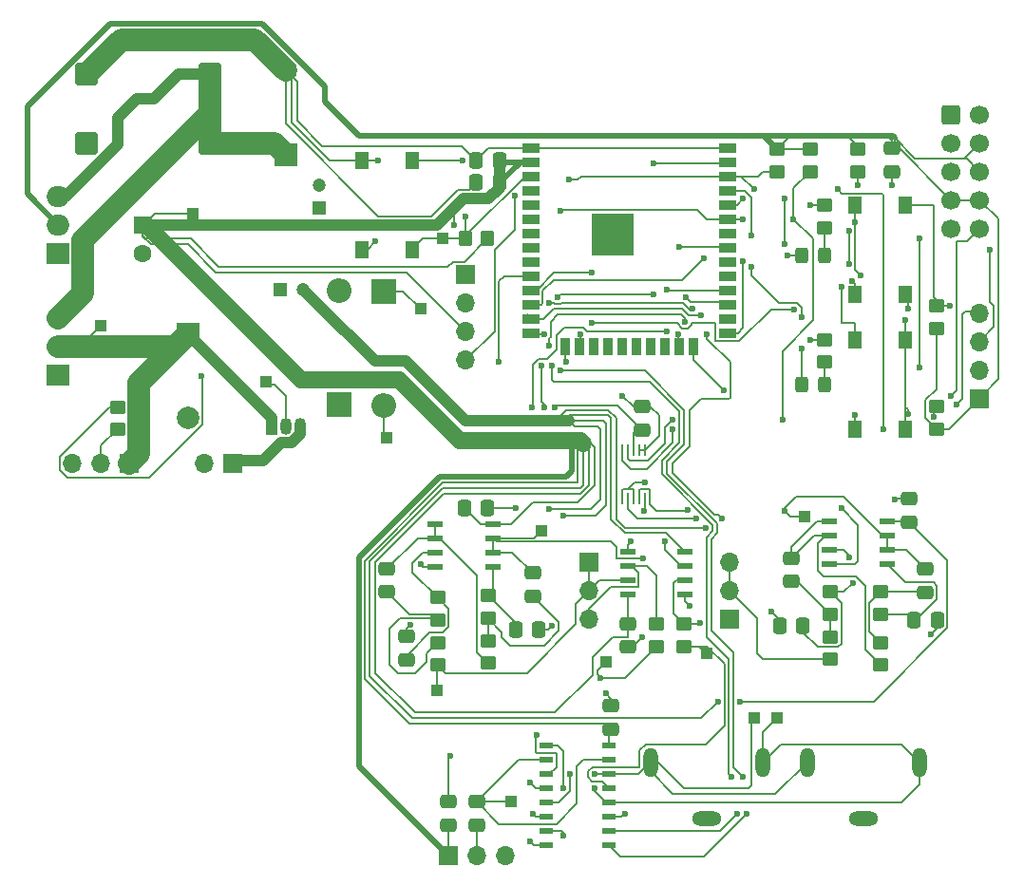
<source format=gtl>
%TF.GenerationSoftware,KiCad,Pcbnew,8.0.4*%
%TF.CreationDate,2024-09-11T20:39:54+02:00*%
%TF.ProjectId,BaseBoard,42617365-426f-4617-9264-2e6b69636164,rev?*%
%TF.SameCoordinates,Original*%
%TF.FileFunction,Copper,L1,Top*%
%TF.FilePolarity,Positive*%
%FSLAX46Y46*%
G04 Gerber Fmt 4.6, Leading zero omitted, Abs format (unit mm)*
G04 Created by KiCad (PCBNEW 8.0.4) date 2024-09-11 20:39:54*
%MOMM*%
%LPD*%
G01*
G04 APERTURE LIST*
G04 Aperture macros list*
%AMRoundRect*
0 Rectangle with rounded corners*
0 $1 Rounding radius*
0 $2 $3 $4 $5 $6 $7 $8 $9 X,Y pos of 4 corners*
0 Add a 4 corners polygon primitive as box body*
4,1,4,$2,$3,$4,$5,$6,$7,$8,$9,$2,$3,0*
0 Add four circle primitives for the rounded corners*
1,1,$1+$1,$2,$3*
1,1,$1+$1,$4,$5*
1,1,$1+$1,$6,$7*
1,1,$1+$1,$8,$9*
0 Add four rect primitives between the rounded corners*
20,1,$1+$1,$2,$3,$4,$5,0*
20,1,$1+$1,$4,$5,$6,$7,0*
20,1,$1+$1,$6,$7,$8,$9,0*
20,1,$1+$1,$8,$9,$2,$3,0*%
G04 Aperture macros list end*
%TA.AperFunction,SMDPad,CuDef*%
%ADD10RoundRect,0.250000X0.450000X-0.350000X0.450000X0.350000X-0.450000X0.350000X-0.450000X-0.350000X0*%
%TD*%
%TA.AperFunction,SMDPad,CuDef*%
%ADD11R,1.000000X1.000000*%
%TD*%
%TA.AperFunction,ComponentPad*%
%ADD12R,2.000000X2.000000*%
%TD*%
%TA.AperFunction,ComponentPad*%
%ADD13C,2.000000*%
%TD*%
%TA.AperFunction,SMDPad,CuDef*%
%ADD14RoundRect,0.250000X0.475000X-0.337500X0.475000X0.337500X-0.475000X0.337500X-0.475000X-0.337500X0*%
%TD*%
%TA.AperFunction,SMDPad,CuDef*%
%ADD15RoundRect,0.250000X-0.450000X0.350000X-0.450000X-0.350000X0.450000X-0.350000X0.450000X0.350000X0*%
%TD*%
%TA.AperFunction,ComponentPad*%
%ADD16R,1.700000X1.700000*%
%TD*%
%TA.AperFunction,ComponentPad*%
%ADD17O,1.700000X1.700000*%
%TD*%
%TA.AperFunction,SMDPad,CuDef*%
%ADD18RoundRect,0.250000X-0.337500X-0.475000X0.337500X-0.475000X0.337500X0.475000X-0.337500X0.475000X0*%
%TD*%
%TA.AperFunction,ComponentPad*%
%ADD19R,1.200000X1.200000*%
%TD*%
%TA.AperFunction,ComponentPad*%
%ADD20C,1.200000*%
%TD*%
%TA.AperFunction,ComponentPad*%
%ADD21O,2.616000X1.308000*%
%TD*%
%TA.AperFunction,ComponentPad*%
%ADD22O,1.308000X2.616000*%
%TD*%
%TA.AperFunction,ComponentPad*%
%ADD23R,1.600000X1.600000*%
%TD*%
%TA.AperFunction,ComponentPad*%
%ADD24C,1.600000*%
%TD*%
%TA.AperFunction,ComponentPad*%
%ADD25R,2.000000X1.905000*%
%TD*%
%TA.AperFunction,ComponentPad*%
%ADD26O,2.000000X1.905000*%
%TD*%
%TA.AperFunction,SMDPad,CuDef*%
%ADD27RoundRect,0.250000X0.337500X0.475000X-0.337500X0.475000X-0.337500X-0.475000X0.337500X-0.475000X0*%
%TD*%
%TA.AperFunction,SMDPad,CuDef*%
%ADD28RoundRect,0.250000X0.325000X0.450000X-0.325000X0.450000X-0.325000X-0.450000X0.325000X-0.450000X0*%
%TD*%
%TA.AperFunction,SMDPad,CuDef*%
%ADD29R,1.300000X1.550000*%
%TD*%
%TA.AperFunction,SMDPad,CuDef*%
%ADD30R,1.400000X0.600000*%
%TD*%
%TA.AperFunction,SMDPad,CuDef*%
%ADD31R,1.500000X0.900000*%
%TD*%
%TA.AperFunction,SMDPad,CuDef*%
%ADD32R,0.900000X1.500000*%
%TD*%
%TA.AperFunction,SMDPad,CuDef*%
%ADD33R,0.900000X0.900000*%
%TD*%
%TA.AperFunction,HeatsinkPad*%
%ADD34C,0.600000*%
%TD*%
%TA.AperFunction,SMDPad,CuDef*%
%ADD35R,3.800000X3.800000*%
%TD*%
%TA.AperFunction,SMDPad,CuDef*%
%ADD36RoundRect,0.250000X0.750000X0.750000X-0.750000X0.750000X-0.750000X-0.750000X0.750000X-0.750000X0*%
%TD*%
%TA.AperFunction,SMDPad,CuDef*%
%ADD37R,0.250000X1.100000*%
%TD*%
%TA.AperFunction,SMDPad,CuDef*%
%ADD38RoundRect,0.250000X0.350000X0.450000X-0.350000X0.450000X-0.350000X-0.450000X0.350000X-0.450000X0*%
%TD*%
%TA.AperFunction,SMDPad,CuDef*%
%ADD39RoundRect,0.250000X-0.475000X0.337500X-0.475000X-0.337500X0.475000X-0.337500X0.475000X0.337500X0*%
%TD*%
%TA.AperFunction,ComponentPad*%
%ADD40RoundRect,0.250000X-0.600000X-0.600000X0.600000X-0.600000X0.600000X0.600000X-0.600000X0.600000X0*%
%TD*%
%TA.AperFunction,ComponentPad*%
%ADD41C,1.700000*%
%TD*%
%TA.AperFunction,ComponentPad*%
%ADD42R,2.200000X2.200000*%
%TD*%
%TA.AperFunction,ComponentPad*%
%ADD43O,2.200000X2.200000*%
%TD*%
%TA.AperFunction,SMDPad,CuDef*%
%ADD44R,1.200000X0.600000*%
%TD*%
%TA.AperFunction,ComponentPad*%
%ADD45R,1.050000X1.500000*%
%TD*%
%TA.AperFunction,ComponentPad*%
%ADD46O,1.050000X1.500000*%
%TD*%
%TA.AperFunction,ViaPad*%
%ADD47C,0.600000*%
%TD*%
%TA.AperFunction,Conductor*%
%ADD48C,0.200000*%
%TD*%
%TA.AperFunction,Conductor*%
%ADD49C,2.000000*%
%TD*%
%TA.AperFunction,Conductor*%
%ADD50C,0.500000*%
%TD*%
%TA.AperFunction,Conductor*%
%ADD51C,1.000000*%
%TD*%
%TA.AperFunction,Conductor*%
%ADD52C,1.500000*%
%TD*%
G04 APERTURE END LIST*
D10*
%TO.P,R16,1*%
%TO.N,Net-(C16-Pad1)*%
X145019250Y-109837500D03*
%TO.P,R16,2*%
%TO.N,Net-(U8-POSB)*%
X145019250Y-107837500D03*
%TD*%
D11*
%TO.P,TP15,1,1*%
%TO.N,Net-(U7-Y)*%
X155500000Y-113750000D03*
%TD*%
D12*
%TO.P,C1,1*%
%TO.N,Net-(U1-VI)*%
X127000000Y-68500000D03*
D13*
%TO.P,C1,2*%
%TO.N,GND*%
X127000000Y-61000000D03*
%TD*%
D10*
%TO.P,R11,1*%
%TO.N,Net-(D8-K)*%
X175000000Y-75000000D03*
%TO.P,R11,2*%
%TO.N,GND*%
X175000000Y-73000000D03*
%TD*%
D14*
%TO.P,C16,1*%
%TO.N,Net-(C16-Pad1)*%
X149019250Y-107875000D03*
%TO.P,C16,2*%
%TO.N,/InputPeripherals/ADC_CH_1*%
X149019250Y-105800000D03*
%TD*%
D11*
%TO.P,TP2,1,1*%
%TO.N,+3V3*%
X118750000Y-73750000D03*
%TD*%
D15*
%TO.P,R19,1*%
%TO.N,+3V3*%
X173750000Y-68000000D03*
%TO.P,R19,2*%
%TO.N,/I2C_SDA_EXT*%
X173750000Y-70000000D03*
%TD*%
D16*
%TO.P,RV2,1,1*%
%TO.N,Net-(U4-NEGA)*%
X166519250Y-109917500D03*
D17*
%TO.P,RV2,2,2*%
%TO.N,/InputPeripherals/AMP_CH_0*%
X166519250Y-107377500D03*
%TO.P,RV2,3,3*%
X166519250Y-104837500D03*
%TD*%
D16*
%TO.P,J2,1,Pin_1*%
%TO.N,+5V*%
X113080000Y-96000000D03*
D17*
%TO.P,J2,2,Pin_2*%
%TO.N,Net-(J2-Pin_2)*%
X110540000Y-96000000D03*
%TO.P,J2,3,Pin_3*%
%TO.N,GND1*%
X108000000Y-96000000D03*
%TD*%
D11*
%TO.P,TP14,1,1*%
%TO.N,Net-(U7-X)*%
X164500000Y-113000000D03*
%TD*%
D18*
%TO.P,C14,1*%
%TO.N,+3V3*%
X142925000Y-100000000D03*
%TO.P,C14,2*%
%TO.N,GND*%
X145000000Y-100000000D03*
%TD*%
D19*
%TO.P,C18,1*%
%TO.N,Net-(U10-CAP+)*%
X130000000Y-73250000D03*
D20*
%TO.P,C18,2*%
%TO.N,Net-(U10-CAP-)*%
X130000000Y-71250000D03*
%TD*%
D21*
%TO.P,J5,1*%
%TO.N,GND*%
X178480750Y-127662500D03*
D22*
%TO.P,J5,2*%
%TO.N,/InputPeripherals/AUX_IN_R*%
X183480750Y-122662500D03*
%TO.P,J5,3*%
%TO.N,/InputPeripherals/AUX_IN_L*%
X173480750Y-122662500D03*
%TD*%
D23*
%TO.P,C2,1*%
%TO.N,+3V3*%
X114250000Y-74817621D03*
D24*
%TO.P,C2,2*%
%TO.N,GND*%
X114250000Y-77317621D03*
%TD*%
D25*
%TO.P,U2,1,GND*%
%TO.N,GND1*%
X106695000Y-88172323D03*
D26*
%TO.P,U2,2,VO*%
%TO.N,+5V*%
X106695000Y-85632323D03*
%TO.P,U2,3,VI*%
%TO.N,Net-(U1-VI)*%
X106695000Y-83092323D03*
%TD*%
D27*
%TO.P,C7,1*%
%TO.N,Net-(U5-POSA)*%
X173094250Y-110500000D03*
%TO.P,C7,2*%
%TO.N,GND*%
X171019250Y-110500000D03*
%TD*%
D11*
%TO.P,TP6,1,1*%
%TO.N,/InputPeripherals/MIC_IN*%
X147040000Y-126162500D03*
%TD*%
D10*
%TO.P,R4,1*%
%TO.N,Net-(U5-NEGA)*%
X180000000Y-114000000D03*
%TO.P,R4,2*%
%TO.N,Net-(C6-Pad1)*%
X180000000Y-112000000D03*
%TD*%
%TO.P,R1,1*%
%TO.N,Net-(C5-Pad1)*%
X175556750Y-109500000D03*
%TO.P,R1,2*%
%TO.N,Net-(U5-POSA)*%
X175556750Y-107500000D03*
%TD*%
D27*
%TO.P,C13,1*%
%TO.N,+3V3*%
X146037500Y-71000000D03*
%TO.P,C13,2*%
%TO.N,GND*%
X143962500Y-71000000D03*
%TD*%
D11*
%TO.P,TP9,1,1*%
%TO.N,Net-(Q1-B)*%
X125250000Y-88750000D03*
%TD*%
D10*
%TO.P,R12,1*%
%TO.N,Net-(D7-K)*%
X175000000Y-87000000D03*
%TO.P,R12,2*%
%TO.N,GND*%
X175000000Y-85000000D03*
%TD*%
%TO.P,R3,1*%
%TO.N,/InputPeripherals/AMP_CH_0*%
X175556750Y-113500000D03*
%TO.P,R3,2*%
%TO.N,Net-(C5-Pad1)*%
X175556750Y-111500000D03*
%TD*%
%TO.P,R15,1*%
%TO.N,Net-(C15-Pad1)*%
X140519250Y-110000000D03*
%TO.P,R15,2*%
%TO.N,Net-(U8-POSA)*%
X140519250Y-108000000D03*
%TD*%
D28*
%TO.P,D7,1,K*%
%TO.N,Net-(D7-K)*%
X175000000Y-89000000D03*
%TO.P,D7,2,A*%
%TO.N,/OutputPeripherals/LED_1*%
X172950000Y-89000000D03*
%TD*%
D11*
%TO.P,TP4,1,1*%
%TO.N,/InputPeripherals/ADC_CH_1*%
X149750000Y-102000000D03*
%TD*%
D16*
%TO.P,J3,1,Pin_1*%
%TO.N,+3V3*%
X141475000Y-130975000D03*
D17*
%TO.P,J3,2,Pin_2*%
%TO.N,Net-(J3-Pin_2)*%
X144015000Y-130975000D03*
%TO.P,J3,3,Pin_3*%
%TO.N,GND*%
X146555000Y-130975000D03*
%TD*%
D19*
%TO.P,C19,1*%
%TO.N,GND*%
X126527401Y-80500000D03*
D20*
%TO.P,C19,2*%
%TO.N,-3V3*%
X128527401Y-80500000D03*
%TD*%
D29*
%TO.P,PB1,1,1*%
%TO.N,/InputPeripherals/PB_1*%
X182250000Y-85000000D03*
X182250000Y-92950000D03*
%TO.P,PB1,2,2*%
%TO.N,GND*%
X177750000Y-85000000D03*
X177750000Y-92950000D03*
%TD*%
D30*
%TO.P,U4,1,OUTA*%
%TO.N,/InputPeripherals/AMP_CH_0*%
X162592250Y-107742500D03*
%TO.P,U4,2,NEGA*%
%TO.N,Net-(U4-NEGA)*%
X162592250Y-106472500D03*
%TO.P,U4,3,POSA*%
%TO.N,GND*%
X162592250Y-105202500D03*
%TO.P,U4,4,V-*%
%TO.N,-3V3*%
X162592250Y-103932500D03*
%TO.P,U4,5,POSB*%
%TO.N,GND*%
X157446250Y-103932500D03*
%TO.P,U4,6,NEGB*%
%TO.N,Net-(U4-NEGB)*%
X157446250Y-105202500D03*
%TO.P,U4,7,OUTB*%
%TO.N,/InputPeripherals/AMP_CH_1*%
X157446250Y-106472500D03*
%TO.P,U4,8,V+*%
%TO.N,+3V3*%
X157446250Y-107742500D03*
%TD*%
D31*
%TO.P,U3,1,GND*%
%TO.N,GND*%
X148850000Y-67880000D03*
%TO.P,U3,2,VDD*%
%TO.N,+3V3*%
X148850000Y-69150000D03*
%TO.P,U3,3,EN*%
%TO.N,Net-(U3-EN)*%
X148850000Y-70420000D03*
%TO.P,U3,4,SENSOR_VP*%
%TO.N,unconnected-(U3-SENSOR_VP-Pad4)*%
X148850000Y-71690000D03*
%TO.P,U3,5,SENSOR_VN*%
%TO.N,unconnected-(U3-SENSOR_VN-Pad5)*%
X148850000Y-72960000D03*
%TO.P,U3,6,IO34*%
%TO.N,unconnected-(U3-IO34-Pad6)*%
X148850000Y-74230000D03*
%TO.P,U3,7,IO35*%
%TO.N,unconnected-(U3-IO35-Pad7)*%
X148850000Y-75500000D03*
%TO.P,U3,8,IO32*%
%TO.N,unconnected-(U3-IO32-Pad8)*%
X148850000Y-76770000D03*
%TO.P,U3,9,IO33*%
%TO.N,unconnected-(U3-IO33-Pad9)*%
X148850000Y-78040000D03*
%TO.P,U3,10,IO25*%
%TO.N,/InputPeripherals/MUX_B*%
X148850000Y-79310000D03*
%TO.P,U3,11,IO26*%
%TO.N,/InputPeripherals/PB_0*%
X148850000Y-80580000D03*
%TO.P,U3,12,IO27*%
%TO.N,/InputPeripherals/PB_1*%
X148850000Y-81850000D03*
%TO.P,U3,13,IO14*%
%TO.N,/JTAG_TMS*%
X148850000Y-83120000D03*
%TO.P,U3,14,IO12*%
%TO.N,/JTAG_TDI*%
X148850000Y-84390000D03*
D32*
%TO.P,U3,15,GND*%
%TO.N,GND*%
X151890000Y-85640000D03*
%TO.P,U3,16,IO13*%
%TO.N,/JTAG_TCK*%
X153160000Y-85640000D03*
%TO.P,U3,17,NC*%
%TO.N,unconnected-(U3-NC-Pad17)*%
X154430000Y-85640000D03*
%TO.P,U3,18,NC*%
%TO.N,unconnected-(U3-NC-Pad18)*%
X155700000Y-85640000D03*
%TO.P,U3,19,NC*%
%TO.N,unconnected-(U3-NC-Pad19)*%
X156970000Y-85640000D03*
%TO.P,U3,20,NC*%
%TO.N,unconnected-(U3-NC-Pad20)*%
X158240000Y-85640000D03*
%TO.P,U3,21,NC*%
%TO.N,unconnected-(U3-NC-Pad21)*%
X159510000Y-85640000D03*
%TO.P,U3,22,NC*%
%TO.N,unconnected-(U3-NC-Pad22)*%
X160780000Y-85640000D03*
%TO.P,U3,23,IO15*%
%TO.N,/JTAG_TDO*%
X162050000Y-85640000D03*
%TO.P,U3,24,IO2*%
%TO.N,/OutputPeripherals/LED_1*%
X163320000Y-85640000D03*
D31*
%TO.P,U3,25,IO0*%
%TO.N,/OutputPeripherals/LED_0*%
X166350000Y-84390000D03*
%TO.P,U3,26,IO4*%
%TO.N,unconnected-(U3-IO4-Pad26)*%
X166350000Y-83120000D03*
%TO.P,U3,27,IO16*%
%TO.N,/OutputPeripherals/SIG_PASSIVE_LED*%
X166350000Y-81850000D03*
%TO.P,U3,28,IO17*%
%TO.N,/OutputPeripherals/SIG_ACTIVE_LED*%
X166350000Y-80580000D03*
%TO.P,U3,29,IO5*%
%TO.N,unconnected-(U3-IO5-Pad29)*%
X166350000Y-79310000D03*
%TO.P,U3,30,IO18*%
%TO.N,unconnected-(U3-IO18-Pad30)*%
X166350000Y-78040000D03*
%TO.P,U3,31,IO19*%
%TO.N,/InputPeripherals/ADC_RDY*%
X166350000Y-76770000D03*
%TO.P,U3,32,NC*%
%TO.N,unconnected-(U3-NC-Pad32)*%
X166350000Y-75500000D03*
%TO.P,U3,33,IO21*%
%TO.N,/I2C_SDA_EXT*%
X166350000Y-74230000D03*
%TO.P,U3,34,RXD0/IO3*%
%TO.N,Net-(J8-Pin_3)*%
X166350000Y-72960000D03*
%TO.P,U3,35,TXD0/IO1*%
%TO.N,Net-(J8-Pin_2)*%
X166350000Y-71690000D03*
%TO.P,U3,36,IO22*%
%TO.N,/I2C_SCL_EXT*%
X166350000Y-70420000D03*
%TO.P,U3,37,IO23*%
%TO.N,/InputPeripherals/MUX_A*%
X166350000Y-69150000D03*
%TO.P,U3,38,GND*%
%TO.N,GND*%
X166350000Y-67880000D03*
D33*
%TO.P,U3,39,GND*%
X154700000Y-74200000D03*
D34*
X154700000Y-74900000D03*
D33*
X154700000Y-75600000D03*
D34*
X154700000Y-76300000D03*
D33*
X154700000Y-77000000D03*
D34*
X155400000Y-74200000D03*
X155400000Y-75600000D03*
X155400000Y-77000000D03*
X156075000Y-74900000D03*
X156075000Y-76300000D03*
D33*
X156100000Y-74200000D03*
X156100000Y-75600000D03*
D35*
X156100000Y-75600000D03*
D33*
X156100000Y-77000000D03*
D34*
X156800000Y-74200000D03*
X156800000Y-75600000D03*
X156800000Y-77000000D03*
D33*
X157500000Y-74200000D03*
D34*
X157500000Y-74900000D03*
D33*
X157500000Y-75600000D03*
D34*
X157500000Y-76300000D03*
D33*
X157500000Y-77000000D03*
%TD*%
D14*
%TO.P,C17,1*%
%TO.N,+3V3*%
X156000000Y-119700000D03*
%TO.P,C17,2*%
%TO.N,GND*%
X156000000Y-117625000D03*
%TD*%
D15*
%TO.P,R5,1*%
%TO.N,/OutputPeripherals/SIG_ACTIVE_LED*%
X112000000Y-91000000D03*
%TO.P,R5,2*%
%TO.N,Net-(J2-Pin_2)*%
X112000000Y-93000000D03*
%TD*%
D14*
%TO.P,C11,1*%
%TO.N,+3V3*%
X158750000Y-93037500D03*
%TO.P,C11,2*%
%TO.N,GND*%
X158750000Y-90962500D03*
%TD*%
D11*
%TO.P,TP5,1,1*%
%TO.N,/InputPeripherals/ADC_CH_0*%
X173250000Y-100750000D03*
%TD*%
D14*
%TO.P,C20,1*%
%TO.N,Net-(U8-POSA)*%
X137750000Y-113537500D03*
%TO.P,C20,2*%
%TO.N,GND*%
X137750000Y-111462500D03*
%TD*%
D36*
%TO.P,J1,1*%
%TO.N,Net-(U1-VI)*%
X120250000Y-67500000D03*
X120250000Y-61350000D03*
%TO.P,J1,2*%
%TO.N,GND*%
X109250000Y-61350000D03*
%TO.P,J1,3*%
%TO.N,N/C*%
X109250000Y-67500000D03*
%TD*%
D37*
%TO.P,U6,1,ADDR*%
%TO.N,GND*%
X157000000Y-99150000D03*
%TO.P,U6,2,ALERT/RDY*%
%TO.N,/InputPeripherals/ADC_RDY*%
X157500000Y-99150000D03*
%TO.P,U6,3,GND*%
%TO.N,GND*%
X158000000Y-99150000D03*
%TO.P,U6,4,AIN0*%
%TO.N,/InputPeripherals/ADC_CH_0*%
X158500000Y-99150000D03*
%TO.P,U6,5,AIN1*%
%TO.N,/InputPeripherals/ADC_CH_1*%
X159000000Y-99150000D03*
%TO.P,U6,6,AIN2*%
%TO.N,GND*%
X159000000Y-94850000D03*
%TO.P,U6,7,AIN3*%
X158500000Y-94850000D03*
%TO.P,U6,8,VDD*%
%TO.N,+3V3*%
X158000000Y-94850000D03*
%TO.P,U6,9,SDA*%
%TO.N,/I2C_SDA_EXT*%
X157500000Y-94850000D03*
%TO.P,U6,10,SCL*%
%TO.N,/I2C_SCL_EXT*%
X157000000Y-94850000D03*
%TD*%
D14*
%TO.P,C21,1*%
%TO.N,Net-(J3-Pin_2)*%
X144000000Y-128287500D03*
%TO.P,C21,2*%
%TO.N,/InputPeripherals/MIC_IN*%
X144000000Y-126212500D03*
%TD*%
D11*
%TO.P,TP13,1,1*%
%TO.N,/InputPeripherals/AUX_IN_R*%
X170750000Y-118750000D03*
%TD*%
D16*
%TO.P,RV1,1,1*%
%TO.N,/InputPeripherals/AMP_CH_1*%
X154019250Y-104837500D03*
D17*
%TO.P,RV1,2,2*%
X154019250Y-107377500D03*
%TO.P,RV1,3,3*%
%TO.N,Net-(U4-NEGB)*%
X154019250Y-109917500D03*
%TD*%
D11*
%TO.P,TP10,1,1*%
%TO.N,Net-(U3-EN)*%
X141000000Y-76000000D03*
%TD*%
D38*
%TO.P,R10,1*%
%TO.N,+3V3*%
X145000000Y-76000000D03*
%TO.P,R10,2*%
%TO.N,Net-(U3-EN)*%
X143000000Y-76000000D03*
%TD*%
D14*
%TO.P,C4,1*%
%TO.N,+3V3*%
X182519250Y-101257500D03*
%TO.P,C4,2*%
%TO.N,GND*%
X182519250Y-99182500D03*
%TD*%
D16*
%TO.P,J8,1,Pin_1*%
%TO.N,+3V3*%
X188850000Y-90250000D03*
D17*
%TO.P,J8,2,Pin_2*%
%TO.N,Net-(J8-Pin_2)*%
X188850000Y-87710000D03*
%TO.P,J8,3,Pin_3*%
%TO.N,Net-(J8-Pin_3)*%
X188850000Y-85170000D03*
%TO.P,J8,4,Pin_4*%
%TO.N,GND*%
X188850000Y-82630000D03*
%TD*%
D39*
%TO.P,C10,1*%
%TO.N,+3V3*%
X157519250Y-110300000D03*
%TO.P,C10,2*%
%TO.N,GND*%
X157519250Y-112375000D03*
%TD*%
D15*
%TO.P,R9,1*%
%TO.N,Net-(U4-NEGB)*%
X160019250Y-110337500D03*
%TO.P,R9,2*%
%TO.N,Net-(U7-Y)*%
X160019250Y-112337500D03*
%TD*%
D21*
%TO.P,J4,1*%
%TO.N,GND*%
X164480750Y-127662500D03*
D22*
%TO.P,J4,2*%
%TO.N,/InputPeripherals/AUX_IN_R*%
X169480750Y-122662500D03*
%TO.P,J4,3*%
%TO.N,/InputPeripherals/AUX_IN_L*%
X159480750Y-122662500D03*
%TD*%
D15*
%TO.P,R20,1*%
%TO.N,+3V3*%
X170800000Y-68000000D03*
%TO.P,R20,2*%
%TO.N,/I2C_SCL_EXT*%
X170800000Y-70000000D03*
%TD*%
D40*
%TO.P,J7,1,TCK*%
%TO.N,/JTAG_TCK*%
X186302500Y-64920000D03*
D41*
%TO.P,J7,2,GND*%
%TO.N,GND*%
X188842500Y-64920000D03*
%TO.P,J7,3,TDO*%
%TO.N,/JTAG_TDO*%
X186302500Y-67460000D03*
%TO.P,J7,4,VREF*%
%TO.N,+3V3*%
X188842500Y-67460000D03*
%TO.P,J7,5,TMS*%
%TO.N,/JTAG_TMS*%
X186302500Y-70000000D03*
%TO.P,J7,6,~{SRST}*%
%TO.N,+3V3*%
X188842500Y-70000000D03*
%TO.P,J7,7,VCC*%
X186302500Y-72540000D03*
%TO.P,J7,8,~{TRST}*%
X188842500Y-72540000D03*
%TO.P,J7,9,TDI*%
%TO.N,/JTAG_TDI*%
X186302500Y-75080000D03*
%TO.P,J7,10,GND*%
%TO.N,GND*%
X188842500Y-75080000D03*
%TD*%
D16*
%TO.P,J9,1,Pin_1*%
%TO.N,/I2C_SDA_EXT*%
X143025000Y-79200000D03*
D17*
%TO.P,J9,2,Pin_2*%
%TO.N,/I2C_SCL_EXT*%
X143025000Y-81740000D03*
%TO.P,J9,3,Pin_3*%
%TO.N,+3V3*%
X143025000Y-84280000D03*
%TO.P,J9,4,Pin_4*%
%TO.N,GND*%
X143025000Y-86820000D03*
%TD*%
D28*
%TO.P,D8,1,K*%
%TO.N,Net-(D8-K)*%
X175025000Y-77500000D03*
%TO.P,D8,2,A*%
%TO.N,/OutputPeripherals/LED_0*%
X172975000Y-77500000D03*
%TD*%
D27*
%TO.P,C12,1*%
%TO.N,+3V3*%
X146037500Y-69000000D03*
%TO.P,C12,2*%
%TO.N,GND*%
X143962500Y-69000000D03*
%TD*%
D10*
%TO.P,R17,1*%
%TO.N,/InputPeripherals/AMP_CH_1*%
X140519250Y-114000000D03*
%TO.P,R17,2*%
%TO.N,Net-(C15-Pad1)*%
X140519250Y-112000000D03*
%TD*%
D30*
%TO.P,U5,1,OUTA*%
%TO.N,Net-(U5-NEGA)*%
X175446250Y-101190000D03*
%TO.P,U5,2,NEGA*%
X175446250Y-102460000D03*
%TO.P,U5,3,POSA*%
%TO.N,Net-(U5-POSA)*%
X175446250Y-103730000D03*
%TO.P,U5,4,V-*%
%TO.N,-3V3*%
X175446250Y-105000000D03*
%TO.P,U5,5,POSB*%
%TO.N,Net-(U5-POSB)*%
X180592250Y-105000000D03*
%TO.P,U5,6,NEGB*%
%TO.N,/InputPeripherals/ADC_CH_0*%
X180592250Y-103730000D03*
%TO.P,U5,7,OUTB*%
X180592250Y-102460000D03*
%TO.P,U5,8,V+*%
%TO.N,+3V3*%
X180592250Y-101190000D03*
%TD*%
D42*
%TO.P,D6,1,K*%
%TO.N,GND*%
X135750000Y-80670000D03*
D43*
%TO.P,D6,2,A*%
%TO.N,GND1*%
X135750000Y-90830000D03*
%TD*%
D15*
%TO.P,R2,1*%
%TO.N,Net-(C6-Pad1)*%
X180019250Y-107500000D03*
%TO.P,R2,2*%
%TO.N,Net-(U5-POSB)*%
X180019250Y-109500000D03*
%TD*%
%TO.P,R8,1*%
%TO.N,+3V3*%
X178000000Y-68000000D03*
%TO.P,R8,2*%
%TO.N,GND*%
X178000000Y-70000000D03*
%TD*%
D11*
%TO.P,TP12,1,1*%
%TO.N,GND*%
X139000000Y-82250000D03*
%TD*%
D14*
%TO.P,C9,1*%
%TO.N,+3V3*%
X141500000Y-128287500D03*
%TO.P,C9,2*%
%TO.N,GND*%
X141500000Y-126212500D03*
%TD*%
%TO.P,C6,1*%
%TO.N,Net-(C6-Pad1)*%
X184019250Y-107537500D03*
%TO.P,C6,2*%
%TO.N,/InputPeripherals/ADC_CH_0*%
X184019250Y-105462500D03*
%TD*%
D16*
%TO.P,J6,1,Pin_1*%
%TO.N,Net-(J6-Pin_1)*%
X122250000Y-96000000D03*
D17*
%TO.P,J6,2,Pin_2*%
%TO.N,GND1*%
X119710000Y-96000000D03*
%TD*%
D11*
%TO.P,TP3,1,1*%
%TO.N,+5V*%
X110500000Y-83750000D03*
%TD*%
D10*
%TO.P,R18,1*%
%TO.N,Net-(U8-NEGA)*%
X145019250Y-113837500D03*
%TO.P,R18,2*%
%TO.N,Net-(C16-Pad1)*%
X145019250Y-111837500D03*
%TD*%
%TO.P,R7,1*%
%TO.N,+3V3*%
X185000000Y-92975000D03*
%TO.P,R7,2*%
%TO.N,/InputPeripherals/PB_1*%
X185000000Y-90975000D03*
%TD*%
D14*
%TO.P,C15,1*%
%TO.N,Net-(C15-Pad1)*%
X136019250Y-107500000D03*
%TO.P,C15,2*%
%TO.N,Net-(U8-NEGA)*%
X136019250Y-105425000D03*
%TD*%
D10*
%TO.P,R6,1*%
%TO.N,+3V3*%
X185000000Y-84000000D03*
%TO.P,R6,2*%
%TO.N,/InputPeripherals/PB_0*%
X185000000Y-82000000D03*
%TD*%
D18*
%TO.P,C22,1*%
%TO.N,Net-(U8-POSB)*%
X147462500Y-110837500D03*
%TO.P,C22,2*%
%TO.N,GND*%
X149537500Y-110837500D03*
%TD*%
D44*
%TO.P,U7,1,Y0*%
%TO.N,/InputPeripherals/AUX_IN_R*%
X150200000Y-121217500D03*
%TO.P,U7,2,Y2*%
%TO.N,/InputPeripherals/MIC_IN*%
X150200000Y-122487500D03*
%TO.P,U7,3,Y*%
%TO.N,Net-(U7-Y)*%
X150200000Y-123757500D03*
%TO.P,U7,4,Y3*%
%TO.N,GND*%
X150200000Y-125027500D03*
%TO.P,U7,5,Y1*%
%TO.N,/InputPeripherals/AUX_IN_L*%
X150200000Y-126297500D03*
%TO.P,U7,6,INH*%
%TO.N,GND*%
X150200000Y-127567500D03*
%TO.P,U7,7,VEE*%
%TO.N,-3V3*%
X150200000Y-128837500D03*
%TO.P,U7,8,GND*%
%TO.N,GND*%
X150200000Y-130107500D03*
%TO.P,U7,9,B*%
%TO.N,/InputPeripherals/MUX_B*%
X155800000Y-130107500D03*
%TO.P,U7,10,A*%
%TO.N,/InputPeripherals/MUX_A*%
X155800000Y-128837500D03*
%TO.P,U7,11,X3*%
%TO.N,GND*%
X155800000Y-127567500D03*
%TO.P,U7,12,X0*%
%TO.N,/InputPeripherals/AUX_IN_R*%
X155800000Y-126297500D03*
%TO.P,U7,13,X*%
%TO.N,Net-(U7-X)*%
X155800000Y-125027500D03*
%TO.P,U7,14,X1*%
%TO.N,/InputPeripherals/AUX_IN_L*%
X155800000Y-123757500D03*
%TO.P,U7,15,X2*%
%TO.N,/InputPeripherals/MIC_IN*%
X155800000Y-122487500D03*
%TO.P,U7,16,VCC*%
%TO.N,+3V3*%
X155800000Y-121217500D03*
%TD*%
D30*
%TO.P,U8,1,OUTA*%
%TO.N,Net-(U8-NEGA)*%
X140300250Y-101412500D03*
%TO.P,U8,2,NEGA*%
X140300250Y-102682500D03*
%TO.P,U8,3,POSA*%
%TO.N,Net-(U8-POSA)*%
X140300250Y-103952500D03*
%TO.P,U8,4,V-*%
%TO.N,-3V3*%
X140300250Y-105222500D03*
%TO.P,U8,5,POSB*%
%TO.N,Net-(U8-POSB)*%
X145446250Y-105222500D03*
%TO.P,U8,6,NEGB*%
%TO.N,/InputPeripherals/ADC_CH_1*%
X145446250Y-103952500D03*
%TO.P,U8,7,OUTB*%
X145446250Y-102682500D03*
%TO.P,U8,8,V+*%
%TO.N,+3V3*%
X145446250Y-101412500D03*
%TD*%
D18*
%TO.P,C8,1*%
%TO.N,Net-(U5-POSB)*%
X182981750Y-110000000D03*
%TO.P,C8,2*%
%TO.N,GND*%
X185056750Y-110000000D03*
%TD*%
D29*
%TO.P,PB0,1,1*%
%TO.N,/InputPeripherals/PB_0*%
X182250000Y-73025000D03*
X182250000Y-80975000D03*
%TO.P,PB0,2,2*%
%TO.N,GND*%
X177750000Y-73025000D03*
X177750000Y-80975000D03*
%TD*%
D11*
%TO.P,TP8,1,1*%
%TO.N,/InputPeripherals/AMP_CH_1*%
X140446250Y-116250000D03*
%TD*%
%TO.P,TP11,1,1*%
%TO.N,GND1*%
X136000000Y-93750000D03*
%TD*%
D25*
%TO.P,U1,1,GND*%
%TO.N,GND*%
X106695000Y-77290000D03*
D26*
%TO.P,U1,2,VO*%
%TO.N,+3V3*%
X106695000Y-74750000D03*
%TO.P,U1,3,VI*%
%TO.N,Net-(U1-VI)*%
X106695000Y-72210000D03*
%TD*%
D11*
%TO.P,TP7,1,1*%
%TO.N,/InputPeripherals/AUX_IN_L*%
X168750000Y-118750000D03*
%TD*%
D12*
%TO.P,C3,1*%
%TO.N,+5V*%
X118250000Y-84500000D03*
D13*
%TO.P,C3,2*%
%TO.N,GND1*%
X118250000Y-92000000D03*
%TD*%
D15*
%TO.P,R14,1*%
%TO.N,Net-(U4-NEGA)*%
X162519250Y-110337500D03*
%TO.P,R14,2*%
%TO.N,Net-(U7-X)*%
X162519250Y-112337500D03*
%TD*%
D14*
%TO.P,C5,1*%
%TO.N,Net-(C5-Pad1)*%
X172056750Y-106537500D03*
%TO.P,C5,2*%
%TO.N,Net-(U5-NEGA)*%
X172056750Y-104462500D03*
%TD*%
D45*
%TO.P,Q1,1,C*%
%TO.N,+5V*%
X125730000Y-92750000D03*
D46*
%TO.P,Q1,2,B*%
%TO.N,Net-(Q1-B)*%
X127000000Y-92750000D03*
%TO.P,Q1,3,E*%
%TO.N,Net-(J6-Pin_1)*%
X128270000Y-92750000D03*
%TD*%
D42*
%TO.P,D5,1,K*%
%TO.N,GND1*%
X131750000Y-90750000D03*
D43*
%TO.P,D5,2,A*%
%TO.N,GND*%
X131750000Y-80590000D03*
%TD*%
D29*
%TO.P,EN1,1,1*%
%TO.N,GND*%
X133750000Y-76975000D03*
X133750000Y-69025000D03*
%TO.P,EN1,2,2*%
%TO.N,Net-(U3-EN)*%
X138250000Y-76975000D03*
X138250000Y-69025000D03*
%TD*%
D39*
%TO.P,C23,1*%
%TO.N,+3V3*%
X181000000Y-67962500D03*
%TO.P,C23,2*%
%TO.N,GND*%
X181000000Y-70037500D03*
%TD*%
D47*
%TO.N,GND*%
X181000000Y-71250000D03*
X141625000Y-122125000D03*
X135250000Y-69000000D03*
X147419265Y-72169265D03*
X173750000Y-85000000D03*
X148750000Y-124500000D03*
X177500000Y-79750000D03*
X177750000Y-91750000D03*
X160750000Y-103000000D03*
X159000000Y-97700000D03*
X170250000Y-109250000D03*
X147500000Y-99987500D03*
X177250000Y-78250000D03*
X158750000Y-111500000D03*
X135000000Y-76250000D03*
X155500000Y-116500000D03*
X157000000Y-90000000D03*
X186750000Y-90750000D03*
X157250000Y-127250000D03*
X177250000Y-75250000D03*
X184500000Y-111250000D03*
X152000000Y-87000000D03*
X173750000Y-73000000D03*
X181250000Y-99250000D03*
X157750000Y-103000000D03*
X177750000Y-74500000D03*
X178000000Y-71250000D03*
X150750000Y-110500000D03*
X186250000Y-90000000D03*
X178250000Y-79250000D03*
X149000000Y-127250000D03*
X138085360Y-110414640D03*
X148750000Y-129750000D03*
X176500000Y-80250000D03*
%TO.N,+3V3*%
X151000000Y-94000000D03*
X165500000Y-117250000D03*
X167500000Y-117250000D03*
X151000000Y-91000000D03*
X142000000Y-74750000D03*
%TO.N,/InputPeripherals/ADC_CH_0*%
X162799265Y-100200735D03*
X171500000Y-100250000D03*
%TO.N,Net-(U5-POSA)*%
X177549265Y-106700735D03*
X177250000Y-104400000D03*
%TO.N,/InputPeripherals/ADC_CH_1*%
X158850000Y-104500000D03*
X158900000Y-100250000D03*
%TO.N,-3V3*%
X139000000Y-105000000D03*
X164424265Y-101825735D03*
X150500000Y-100100000D03*
X176500000Y-100000000D03*
X151750000Y-100650000D03*
X151750000Y-129250000D03*
%TO.N,/OutputPeripherals/LED_1*%
X172950000Y-85750000D03*
X166000000Y-89500000D03*
%TO.N,/OutputPeripherals/LED_0*%
X171750000Y-77500000D03*
X167750000Y-78000000D03*
%TO.N,/InputPeripherals/AUX_IN_R*%
X151724485Y-125000000D03*
X154500000Y-125000000D03*
%TO.N,/InputPeripherals/AUX_IN_L*%
X154500000Y-123750000D03*
X152324485Y-123750000D03*
%TO.N,/JTAG_TDI*%
X150500000Y-81750000D03*
X150000000Y-84500000D03*
X163250000Y-82237850D03*
%TO.N,/JTAG_TCK*%
X153250000Y-84500000D03*
%TO.N,/JTAG_TMS*%
X164000000Y-82837850D03*
%TO.N,/JTAG_TDO*%
X162000000Y-84500000D03*
%TO.N,Net-(J8-Pin_2)*%
X183500000Y-76000000D03*
X183500000Y-87500000D03*
X168500000Y-75750000D03*
%TO.N,Net-(J8-Pin_3)*%
X171500000Y-72400000D03*
X189750000Y-77000000D03*
X167750000Y-72400000D03*
X171500000Y-76500000D03*
%TO.N,/InputPeripherals/AMP_CH_0*%
X163000000Y-108750000D03*
%TO.N,/OutputPeripherals/SIG_ACTIVE_LED*%
X161000000Y-80500000D03*
X119500000Y-88250000D03*
X161000000Y-84250000D03*
X148901472Y-91000000D03*
%TO.N,/InputPeripherals/PB_0*%
X154250000Y-83500000D03*
X154250000Y-79000000D03*
X182500000Y-82250000D03*
X172299265Y-82299265D03*
X186150000Y-82000000D03*
%TO.N,/InputPeripherals/PB_1*%
X184783370Y-91875000D03*
X173000000Y-83000000D03*
X164250000Y-77750000D03*
X168500000Y-78500000D03*
X182250000Y-83250000D03*
X182475000Y-91600000D03*
%TO.N,Net-(U7-Y)*%
X155025000Y-115125000D03*
X149350000Y-120250000D03*
%TO.N,Net-(U3-EN)*%
X143000000Y-74000000D03*
X142750000Y-69000000D03*
%TO.N,/OutputPeripherals/SIG_PASSIVE_LED*%
X162621471Y-81191788D03*
X150000000Y-91000000D03*
X162600000Y-83401471D03*
X150500000Y-85500000D03*
X149799265Y-87350000D03*
%TO.N,Net-(U4-NEGA)*%
X163900000Y-110250000D03*
%TO.N,/InputPeripherals/MUX_A*%
X166750000Y-124000000D03*
X150750000Y-87350000D03*
X151250000Y-81190000D03*
X159750000Y-69250000D03*
X167250000Y-127250000D03*
X159750000Y-81000000D03*
%TO.N,/InputPeripherals/ADC_RDY*%
X165828190Y-100913975D03*
X163549265Y-100950735D03*
X164500000Y-84500000D03*
X162100000Y-76750000D03*
%TO.N,/InputPeripherals/MUX_B*%
X151500000Y-87750000D03*
X167750000Y-124000000D03*
X168050003Y-127250000D03*
X146000000Y-87000000D03*
%TO.N,/I2C_SCL_EXT*%
X180250000Y-93000000D03*
X152250000Y-70750000D03*
X176209314Y-71600000D03*
X161500000Y-93000000D03*
X168750000Y-71600000D03*
%TO.N,/I2C_SDA_EXT*%
X172250000Y-74230000D03*
X151500000Y-73500000D03*
X161500000Y-92100000D03*
X171250000Y-92100000D03*
X167750000Y-74250000D03*
%TD*%
D48*
%TO.N,GND*%
X162192250Y-105202500D02*
X160750000Y-103760250D01*
X126500000Y-61500000D02*
X127000000Y-61000000D01*
D49*
X109250000Y-61350000D02*
X112350000Y-58250000D01*
D48*
X133750000Y-69025000D02*
X130900000Y-69025000D01*
X186750000Y-90750000D02*
X187250000Y-90250000D01*
X127500000Y-65625000D02*
X127500000Y-61500000D01*
X147419265Y-75165479D02*
X147419265Y-72169265D01*
X160250000Y-93600000D02*
X160250000Y-91750000D01*
X147487500Y-100000000D02*
X145000000Y-100000000D01*
X187250000Y-82750000D02*
X187540000Y-82460000D01*
X128000000Y-62000000D02*
X127000000Y-61000000D01*
X181317500Y-99182500D02*
X181250000Y-99250000D01*
X150200000Y-127567500D02*
X149317500Y-127567500D01*
X175000000Y-85000000D02*
X173750000Y-85000000D01*
X176500000Y-80250000D02*
X176500000Y-83500000D01*
X149107500Y-130107500D02*
X148750000Y-129750000D01*
X178000000Y-70000000D02*
X178000000Y-71250000D01*
X133750000Y-76975000D02*
X134275000Y-76975000D01*
X187250000Y-90250000D02*
X187250000Y-82750000D01*
X158500000Y-94850000D02*
X159000000Y-94850000D01*
X142712500Y-67750000D02*
X130250000Y-67750000D01*
X186250000Y-90000000D02*
X186750000Y-89500000D01*
X130250000Y-67750000D02*
X128000000Y-65500000D01*
X145082500Y-67880000D02*
X148850000Y-67880000D01*
X130900000Y-69025000D02*
X127500000Y-65625000D01*
X156932500Y-127567500D02*
X157250000Y-127250000D01*
X157446250Y-103303750D02*
X157750000Y-103000000D01*
X128000000Y-65500000D02*
X128000000Y-62000000D01*
X141625000Y-122125000D02*
X141500000Y-122250000D01*
X177750000Y-92950000D02*
X177750000Y-91750000D01*
X138085360Y-110414640D02*
X137750000Y-110750000D01*
X155800000Y-127567500D02*
X156932500Y-127567500D01*
X181000000Y-70037500D02*
X181000000Y-71250000D01*
X143337500Y-71625000D02*
X142375000Y-71625000D01*
X177750000Y-74500000D02*
X177750000Y-78750000D01*
X177750000Y-73025000D02*
X177750000Y-74500000D01*
D50*
X135920000Y-80670000D02*
X135750000Y-80670000D01*
D48*
X182519250Y-99182500D02*
X181317500Y-99182500D01*
X160750000Y-103760250D02*
X160750000Y-103000000D01*
X145600000Y-84245000D02*
X145600000Y-76984744D01*
X135750000Y-80670000D02*
X137420000Y-80670000D01*
X149537500Y-110837500D02*
X150412500Y-110837500D01*
X145600000Y-76984744D02*
X147419265Y-75165479D01*
X143962500Y-71000000D02*
X143337500Y-71625000D01*
X171019250Y-110019250D02*
X170250000Y-109250000D01*
X186750000Y-89500000D02*
X186750000Y-76230000D01*
X177250000Y-75250000D02*
X177250000Y-78250000D01*
X157500000Y-98300000D02*
X157925000Y-98300000D01*
X150412500Y-110837500D02*
X150750000Y-110500000D01*
X185056750Y-110000000D02*
X185056750Y-110693250D01*
X157875000Y-112375000D02*
X158750000Y-111500000D01*
X156000000Y-117000000D02*
X155500000Y-116500000D01*
X150200000Y-125027500D02*
X149277500Y-125027500D01*
D49*
X124250000Y-58250000D02*
X127000000Y-61000000D01*
D48*
X151890000Y-86890000D02*
X152000000Y-87000000D01*
X143962500Y-69000000D02*
X142712500Y-67750000D01*
X157000000Y-90000000D02*
X157962500Y-90962500D01*
X149317500Y-127567500D02*
X149000000Y-127250000D01*
X159000000Y-94850000D02*
X160250000Y-93600000D01*
X157000000Y-98375000D02*
X157075000Y-98300000D01*
X133775000Y-69000000D02*
X133750000Y-69025000D01*
D50*
X135920000Y-80670000D02*
X136000000Y-80750000D01*
D48*
X157925000Y-98300000D02*
X158000000Y-98375000D01*
X171019250Y-110500000D02*
X171019250Y-110019250D01*
X150200000Y-130107500D02*
X149107500Y-130107500D01*
X143962500Y-69000000D02*
X145082500Y-67880000D01*
D49*
X112350000Y-58250000D02*
X124250000Y-58250000D01*
D48*
X176500000Y-83500000D02*
X177750000Y-83500000D01*
X147500000Y-99987500D02*
X147487500Y-100000000D01*
X160250000Y-91750000D02*
X159462500Y-90962500D01*
X166350000Y-67880000D02*
X148850000Y-67880000D01*
X187540000Y-82460000D02*
X188975000Y-82460000D01*
X157962500Y-90962500D02*
X158750000Y-90962500D01*
X143025000Y-86820000D02*
X145600000Y-84245000D01*
X140000000Y-74000000D02*
X135250000Y-74000000D01*
X157446250Y-103932500D02*
X157446250Y-103303750D01*
X151890000Y-85640000D02*
X151890000Y-86890000D01*
X175000000Y-73000000D02*
X173750000Y-73000000D01*
X186750000Y-76230000D02*
X187692500Y-76230000D01*
X141500000Y-122250000D02*
X141500000Y-126212500D01*
X157075000Y-98300000D02*
X157500000Y-98300000D01*
X137420000Y-80670000D02*
X139000000Y-82250000D01*
X156000000Y-117625000D02*
X156000000Y-117000000D01*
X158100000Y-97700000D02*
X157500000Y-98300000D01*
X177750000Y-80975000D02*
X177750000Y-80000000D01*
X157000000Y-99150000D02*
X157000000Y-98375000D01*
X137750000Y-110750000D02*
X137750000Y-111462500D01*
X187692500Y-76230000D02*
X188842500Y-75080000D01*
X127000000Y-65750000D02*
X127000000Y-61000000D01*
X159000000Y-97700000D02*
X158100000Y-97700000D01*
X149277500Y-125027500D02*
X148750000Y-124500000D01*
X134275000Y-76975000D02*
X135000000Y-76250000D01*
X127500000Y-61500000D02*
X127000000Y-61000000D01*
X177750000Y-85000000D02*
X177750000Y-83500000D01*
X158000000Y-98375000D02*
X158000000Y-99150000D01*
X135250000Y-74000000D02*
X127000000Y-65750000D01*
X177750000Y-80000000D02*
X177500000Y-79750000D01*
X157519250Y-112375000D02*
X157875000Y-112375000D01*
X177750000Y-78750000D02*
X178250000Y-79250000D01*
X159462500Y-90962500D02*
X158250000Y-90962500D01*
X185056750Y-110693250D02*
X184500000Y-111250000D01*
X162592250Y-105202500D02*
X162192250Y-105202500D01*
X142375000Y-71625000D02*
X140000000Y-74000000D01*
X135250000Y-69000000D02*
X133775000Y-69000000D01*
D49*
%TO.N,Net-(U1-VI)*%
X108895000Y-80892323D02*
X106695000Y-83092323D01*
X120250000Y-61350000D02*
X120250000Y-64817621D01*
D51*
X115250000Y-63500000D02*
X113750000Y-63500000D01*
X117400000Y-61350000D02*
X115250000Y-63500000D01*
X120250000Y-61350000D02*
X120250000Y-62683452D01*
D49*
X120250000Y-64817621D02*
X108895000Y-76172621D01*
X120250000Y-67500000D02*
X126000000Y-67500000D01*
X126000000Y-67500000D02*
X127000000Y-68500000D01*
D51*
X107390430Y-72210000D02*
X106695000Y-72210000D01*
D49*
X108895000Y-76172621D02*
X108895000Y-80892323D01*
D51*
X113750000Y-63500000D02*
X112000000Y-65250000D01*
X112000000Y-65250000D02*
X112000000Y-67600430D01*
X112000000Y-67600430D02*
X107390430Y-72210000D01*
X120250000Y-61350000D02*
X117400000Y-61350000D01*
D49*
X120250000Y-67500000D02*
X120250000Y-61350000D01*
D48*
%TO.N,+3V3*%
X151000000Y-118250000D02*
X138500000Y-118250000D01*
D50*
X148850000Y-69150000D02*
X147887500Y-69150000D01*
D48*
X153500000Y-94250000D02*
X153000000Y-94250000D01*
X141875000Y-78050000D02*
X142950000Y-78050000D01*
X114250000Y-74817621D02*
X114250000Y-75750000D01*
X141097006Y-98750000D02*
X153250000Y-98750000D01*
X155550000Y-119250000D02*
X156000000Y-119700000D01*
X142950000Y-78050000D02*
X145000000Y-76000000D01*
X153250000Y-98750000D02*
X154000000Y-98000000D01*
D51*
X140450000Y-74800000D02*
X142000000Y-73250000D01*
D48*
X141475000Y-128312500D02*
X141500000Y-128287500D01*
D50*
X140750000Y-97250000D02*
X152000000Y-97250000D01*
D48*
X138500000Y-118250000D02*
X134994250Y-114744250D01*
X157519250Y-111487500D02*
X156162500Y-111487500D01*
X154000000Y-93750000D02*
X152250000Y-93750000D01*
X147087500Y-101412500D02*
X149000000Y-99500000D01*
X154350000Y-113300000D02*
X154350000Y-114900000D01*
D50*
X130477818Y-63811372D02*
X133496446Y-66830000D01*
X147887500Y-69150000D02*
X146037500Y-71000000D01*
D48*
X155800000Y-119900000D02*
X156000000Y-119700000D01*
X114505993Y-76005993D02*
X118505993Y-76005993D01*
D50*
X103947562Y-64155560D02*
X111303122Y-56800000D01*
X152000000Y-97250000D02*
X152500000Y-96750000D01*
D48*
X157519250Y-110300000D02*
X157519250Y-107815500D01*
X170800000Y-68000000D02*
X173750000Y-68000000D01*
D50*
X111303122Y-56800000D02*
X124850610Y-56800000D01*
D48*
X187452500Y-68850000D02*
X188842500Y-67460000D01*
X184000000Y-91975000D02*
X185000000Y-92975000D01*
X155800000Y-121217500D02*
X155800000Y-119900000D01*
D50*
X106695000Y-74750000D02*
X103947562Y-72002562D01*
D48*
X187692500Y-68850000D02*
X188842500Y-70000000D01*
X170800000Y-68000000D02*
X171800000Y-67000000D01*
D50*
X169630000Y-66830000D02*
X170800000Y-68000000D01*
D48*
X157519250Y-107815500D02*
X157446250Y-107742500D01*
X185000000Y-84000000D02*
X185000000Y-89390256D01*
X141425000Y-78500000D02*
X141875000Y-78050000D01*
D52*
X128370000Y-88620000D02*
X137120000Y-88620000D01*
D48*
X154350000Y-114900000D02*
X151000000Y-118250000D01*
X181250000Y-67000000D02*
X183100000Y-68850000D01*
D50*
X133496446Y-66830000D02*
X169630000Y-66830000D01*
D48*
X114250000Y-75750000D02*
X114505993Y-76005993D01*
D50*
X181080000Y-66830000D02*
X181250000Y-67000000D01*
D48*
X154000000Y-98000000D02*
X154000000Y-93750000D01*
D51*
X145075000Y-72425000D02*
X146037500Y-71462500D01*
D48*
X134000000Y-104750000D02*
X134000000Y-115250000D01*
X114250000Y-75761986D02*
X114988014Y-76500000D01*
D52*
X137120000Y-88620000D02*
X142500000Y-94000000D01*
D48*
X158750000Y-93037500D02*
X156562500Y-90850000D01*
D50*
X146187500Y-69150000D02*
X146037500Y-69000000D01*
D48*
X138250000Y-118750000D02*
X134500000Y-115000000D01*
D51*
X114250000Y-74817621D02*
X114267621Y-74800000D01*
D48*
X190525000Y-88530000D02*
X188975000Y-90080000D01*
X153000000Y-94250000D02*
X152250000Y-94250000D01*
X153000000Y-99500000D02*
X154500000Y-98000000D01*
X190525000Y-74222500D02*
X190525000Y-88530000D01*
X142000000Y-74750000D02*
X142000000Y-73250000D01*
X171800000Y-67000000D02*
X177250000Y-67000000D01*
D52*
X114567621Y-74817621D02*
X128370000Y-88620000D01*
D50*
X124850610Y-56800000D02*
X130477818Y-62427208D01*
D51*
X114267621Y-74800000D02*
X140450000Y-74800000D01*
D48*
X153000000Y-94250000D02*
X153000000Y-97750000D01*
X185000000Y-89390256D02*
X184000000Y-90390256D01*
X158000000Y-93287500D02*
X158250000Y-93037500D01*
X183100000Y-68850000D02*
X187452500Y-68850000D01*
X153000000Y-97750000D02*
X141000000Y-97750000D01*
D50*
X152500000Y-96750000D02*
X152500000Y-94500000D01*
D48*
X188842500Y-72540000D02*
X190525000Y-74222500D01*
X134994250Y-114744250D02*
X134994250Y-104852756D01*
D52*
X114250000Y-74817621D02*
X114567621Y-74817621D01*
D51*
X146037500Y-71462500D02*
X146037500Y-69000000D01*
D48*
X181250000Y-67487500D02*
X186302500Y-72540000D01*
X180750000Y-67000000D02*
X181000000Y-67250000D01*
X118750000Y-73750000D02*
X115317621Y-73750000D01*
D51*
X142000000Y-73250000D02*
X142825000Y-72425000D01*
D48*
X114988014Y-76500000D02*
X118250000Y-76500000D01*
X152500000Y-94000000D02*
X152250000Y-94250000D01*
X153250000Y-98250000D02*
X153500000Y-98000000D01*
X134994250Y-104852756D02*
X141097006Y-98750000D01*
D52*
X151000000Y-94000000D02*
X153250000Y-94000000D01*
D48*
X181000000Y-67250000D02*
X181000000Y-67962500D01*
D50*
X152500000Y-94500000D02*
X152250000Y-94250000D01*
D48*
X179403994Y-117250000D02*
X167500000Y-117250000D01*
X188975000Y-90080000D02*
X186080000Y-92975000D01*
D50*
X130477818Y-62427208D02*
X130477818Y-63811372D01*
D48*
X118250000Y-76500000D02*
X120750000Y-79000000D01*
X151150000Y-90850000D02*
X151000000Y-91000000D01*
X154500000Y-94550000D02*
X153950000Y-94000000D01*
D52*
X153250000Y-94000000D02*
X153500000Y-94250000D01*
D48*
X114250000Y-74817621D02*
X114250000Y-75761986D01*
X152250000Y-93750000D02*
X152250000Y-94250000D01*
X181250000Y-67000000D02*
X181250000Y-67487500D01*
X141000000Y-98250000D02*
X153250000Y-98250000D01*
X137745000Y-79000000D02*
X143025000Y-84280000D01*
X153500000Y-98000000D02*
X153500000Y-94250000D01*
X154500000Y-98000000D02*
X154500000Y-94550000D01*
X134500000Y-104750000D02*
X141000000Y-98250000D01*
X164000000Y-118750000D02*
X138250000Y-118750000D01*
X177250000Y-67000000D02*
X180750000Y-67000000D01*
X182451750Y-101190000D02*
X182519250Y-101257500D01*
X184000000Y-90390256D02*
X184000000Y-91975000D01*
X157519250Y-110300000D02*
X157519250Y-111487500D01*
D51*
X142825000Y-72425000D02*
X145075000Y-72425000D01*
D48*
X186302500Y-72540000D02*
X188842500Y-72540000D01*
X178000000Y-67750000D02*
X178000000Y-68000000D01*
D52*
X142500000Y-94000000D02*
X151000000Y-94000000D01*
D48*
X141000000Y-97750000D02*
X134000000Y-104750000D01*
X165500000Y-117250000D02*
X164000000Y-118750000D01*
D50*
X169630000Y-66830000D02*
X181080000Y-66830000D01*
D48*
X186080000Y-92975000D02*
X185000000Y-92975000D01*
X156162500Y-111487500D02*
X154350000Y-113300000D01*
X149000000Y-99500000D02*
X153000000Y-99500000D01*
X158000000Y-94850000D02*
X158000000Y-93287500D01*
X121000000Y-78500000D02*
X141425000Y-78500000D01*
X187452500Y-68850000D02*
X187692500Y-68850000D01*
X180592250Y-101190000D02*
X182451750Y-101190000D01*
D50*
X103947562Y-72002562D02*
X103947562Y-64155560D01*
D48*
X120750000Y-79000000D02*
X137745000Y-79000000D01*
X138000000Y-119250000D02*
X155550000Y-119250000D01*
X145446250Y-101412500D02*
X147087500Y-101412500D01*
X182519250Y-101257500D02*
X185944250Y-104682500D01*
X118505993Y-76005993D02*
X121000000Y-78500000D01*
X185944250Y-104682500D02*
X185944250Y-110709744D01*
D50*
X141475000Y-130975000D02*
X133550000Y-123050000D01*
D48*
X144337500Y-101412500D02*
X145446250Y-101412500D01*
X115317621Y-73750000D02*
X114250000Y-74817621D01*
X142925000Y-100000000D02*
X144337500Y-101412500D01*
X177250000Y-67000000D02*
X178000000Y-67750000D01*
D50*
X148850000Y-69150000D02*
X146187500Y-69150000D01*
D48*
X153950000Y-94000000D02*
X152500000Y-94000000D01*
X141475000Y-130975000D02*
X141475000Y-128312500D01*
D50*
X133550000Y-104450000D02*
X140750000Y-97250000D01*
X133550000Y-123050000D02*
X133550000Y-104450000D01*
D48*
X134500000Y-115000000D02*
X134500000Y-104750000D01*
X185944250Y-110709744D02*
X179403994Y-117250000D01*
X156562500Y-90850000D02*
X151150000Y-90850000D01*
X134000000Y-115250000D02*
X138000000Y-119250000D01*
%TO.N,+5V*%
X108617677Y-85632323D02*
X110500000Y-83750000D01*
D49*
X118250000Y-84500000D02*
X113900000Y-88850000D01*
X117117677Y-85632323D02*
X118250000Y-84500000D01*
D51*
X118250000Y-84500000D02*
X125730000Y-91980000D01*
D49*
X113900000Y-88850000D02*
X113900000Y-95180000D01*
D51*
X125730000Y-91980000D02*
X125730000Y-92750000D01*
D49*
X113900000Y-95180000D02*
X113080000Y-96000000D01*
X106695000Y-85632323D02*
X117117677Y-85632323D01*
D48*
X106695000Y-85632323D02*
X108617677Y-85632323D01*
X118250000Y-84500000D02*
X118500000Y-84500000D01*
%TO.N,GND1*%
X136000000Y-93500000D02*
X135750000Y-93250000D01*
X136000000Y-93750000D02*
X136000000Y-93500000D01*
X135750000Y-93250000D02*
X135750000Y-90830000D01*
%TO.N,Net-(U5-NEGA)*%
X175446250Y-102460000D02*
X174059250Y-102460000D01*
X174446250Y-103130000D02*
X175116250Y-102460000D01*
X178619250Y-106922191D02*
X177797794Y-106100735D01*
X174946985Y-106100735D02*
X174446250Y-105600000D01*
X180000000Y-114000000D02*
X178619250Y-112619250D01*
X178619250Y-112619250D02*
X178619250Y-106922191D01*
X175116250Y-102460000D02*
X175446250Y-102460000D01*
X174310000Y-101190000D02*
X175446250Y-101190000D01*
X174059250Y-102460000D02*
X172056750Y-104462500D01*
X177797794Y-106100735D02*
X174946985Y-106100735D01*
X174446250Y-105600000D02*
X174446250Y-103130000D01*
X172056750Y-104462500D02*
X172056750Y-103443250D01*
X172056750Y-103443250D02*
X174310000Y-101190000D01*
%TO.N,Net-(C5-Pad1)*%
X175556750Y-111500000D02*
X175556750Y-109500000D01*
X172594250Y-106537500D02*
X175556750Y-109500000D01*
X172056750Y-106537500D02*
X172594250Y-106537500D01*
%TO.N,Net-(C6-Pad1)*%
X179019250Y-108500000D02*
X180019250Y-107500000D01*
X180019250Y-107500000D02*
X183981750Y-107500000D01*
X183981750Y-107500000D02*
X184019250Y-107537500D01*
X179019250Y-111019250D02*
X179019250Y-108500000D01*
X180000000Y-112000000D02*
X179019250Y-111019250D01*
%TO.N,/InputPeripherals/ADC_CH_0*%
X184019250Y-105462500D02*
X182286750Y-103730000D01*
X159425000Y-98300000D02*
X158575000Y-98300000D01*
X173250000Y-100750000D02*
X172000000Y-100750000D01*
X158575000Y-98300000D02*
X158500000Y-98375000D01*
X171500000Y-100000000D02*
X172500000Y-99000000D01*
X180192250Y-102460000D02*
X176732250Y-99000000D01*
X159425000Y-99675000D02*
X159425000Y-98300000D01*
X162750000Y-100250000D02*
X160000000Y-100250000D01*
X160000000Y-100250000D02*
X159425000Y-99675000D01*
X171500000Y-100250000D02*
X171500000Y-100000000D01*
X172000000Y-100750000D02*
X171500000Y-100250000D01*
X182286750Y-103730000D02*
X180592250Y-103730000D01*
X180592250Y-102460000D02*
X180592250Y-103730000D01*
X158500000Y-98375000D02*
X158500000Y-99150000D01*
X176732250Y-99000000D02*
X172500000Y-99000000D01*
X180592250Y-102460000D02*
X180192250Y-102460000D01*
X162799265Y-100200735D02*
X162750000Y-100250000D01*
%TO.N,Net-(U5-POSA)*%
X176556750Y-108500000D02*
X176556750Y-112084744D01*
X175556750Y-107500000D02*
X176556750Y-108500000D01*
X176556750Y-112084744D02*
X176241494Y-112400000D01*
X173094250Y-111094250D02*
X173094250Y-110500000D01*
X175446250Y-103730000D02*
X176730000Y-103730000D01*
X176241494Y-112400000D02*
X174400000Y-112400000D01*
X174400000Y-112400000D02*
X173094250Y-111094250D01*
X177549265Y-106700735D02*
X176750000Y-107500000D01*
X176750000Y-107500000D02*
X175556750Y-107500000D01*
X177250000Y-104250000D02*
X177250000Y-104400000D01*
X173094250Y-110500000D02*
X173094250Y-109962500D01*
X176730000Y-103730000D02*
X177250000Y-104250000D01*
%TO.N,Net-(U5-POSB)*%
X185044250Y-108109744D02*
X183153994Y-110000000D01*
X184728994Y-106650000D02*
X185044250Y-106965256D01*
X180592250Y-105000000D02*
X182242250Y-106650000D01*
X185044250Y-106965256D02*
X185044250Y-108109744D01*
X182481750Y-109500000D02*
X182981750Y-110000000D01*
X180019250Y-109500000D02*
X182481750Y-109500000D01*
X182242250Y-106650000D02*
X184728994Y-106650000D01*
X183153994Y-110000000D02*
X182981750Y-110000000D01*
%TO.N,Net-(U8-NEGA)*%
X144019250Y-112837500D02*
X145019250Y-113837500D01*
X140700250Y-102682500D02*
X144019250Y-106001500D01*
X144019250Y-106001500D02*
X144019250Y-112837500D01*
X136019250Y-105425000D02*
X138761750Y-102682500D01*
X140300250Y-102682500D02*
X140700250Y-102682500D01*
X140300250Y-101412500D02*
X140300250Y-102682500D01*
X138761750Y-102682500D02*
X140300250Y-102682500D01*
%TO.N,Net-(C15-Pad1)*%
X140519250Y-110000000D02*
X140019250Y-109500000D01*
X140519250Y-112000000D02*
X139519250Y-113000000D01*
X139519250Y-113000000D02*
X139519250Y-113730750D01*
X137000000Y-114750000D02*
X136250000Y-114000000D01*
X140019250Y-109500000D02*
X138019250Y-109500000D01*
X136250000Y-114000000D02*
X136250000Y-110750000D01*
X140333890Y-109814640D02*
X140519250Y-110000000D01*
X138500000Y-114750000D02*
X137000000Y-114750000D01*
X136250000Y-110750000D02*
X137185360Y-109814640D01*
X137185360Y-109814640D02*
X140333890Y-109814640D01*
X139519250Y-113730750D02*
X138500000Y-114750000D01*
X138019250Y-109500000D02*
X136019250Y-107500000D01*
%TO.N,Net-(C16-Pad1)*%
X145019250Y-109837500D02*
X146250000Y-111068250D01*
X146250000Y-111500000D02*
X147000000Y-112250000D01*
X150000000Y-112250000D02*
X151350000Y-110900000D01*
X145019250Y-111837500D02*
X145019250Y-109837500D01*
X151350000Y-110900000D02*
X151350000Y-110205750D01*
X147000000Y-112250000D02*
X150000000Y-112250000D01*
X151350000Y-110205750D02*
X149019250Y-107875000D01*
X146250000Y-111068250D02*
X146250000Y-111500000D01*
%TO.N,/InputPeripherals/ADC_CH_1*%
X156000000Y-103000000D02*
X145763750Y-103000000D01*
X156446250Y-103446250D02*
X156000000Y-103000000D01*
X149019250Y-105800000D02*
X147171750Y-103952500D01*
X158817500Y-104532500D02*
X156446250Y-104532500D01*
X145446250Y-102682500D02*
X145446250Y-103952500D01*
X147171750Y-103952500D02*
X145446250Y-103952500D01*
X159000000Y-100150000D02*
X159000000Y-99150000D01*
X149067500Y-102682500D02*
X150000000Y-101750000D01*
X158850000Y-104500000D02*
X158817500Y-104532500D01*
X145763750Y-103000000D02*
X145446250Y-102682500D01*
X145446250Y-102682500D02*
X149067500Y-102682500D01*
X156446250Y-104532500D02*
X156446250Y-103446250D01*
X158900000Y-100250000D02*
X159000000Y-100150000D01*
%TO.N,-3V3*%
X155500000Y-92500000D02*
X155250000Y-92250000D01*
X178000000Y-101500000D02*
X176500000Y-100000000D01*
X151587500Y-128837500D02*
X151750000Y-129000000D01*
X155250000Y-92250000D02*
X152250000Y-92250000D01*
X164348530Y-101750000D02*
X157250000Y-101750000D01*
X162592250Y-103932500D02*
X160909750Y-102250000D01*
X151750000Y-129000000D02*
X151750000Y-129250000D01*
X152000000Y-91250000D02*
X151000000Y-92250000D01*
X156000000Y-92000000D02*
X155750000Y-91750000D01*
X140300250Y-105222500D02*
X139222500Y-105222500D01*
D51*
X129750000Y-81722600D02*
X134947400Y-86920000D01*
D48*
X156500000Y-92000000D02*
X155750000Y-91250000D01*
X156500000Y-101000000D02*
X156500000Y-92000000D01*
X150200000Y-128837500D02*
X151587500Y-128837500D01*
X155750000Y-91750000D02*
X152250000Y-91750000D01*
X157250000Y-102250000D02*
X156000000Y-101000000D01*
X155750000Y-91250000D02*
X152000000Y-91250000D01*
X155500000Y-99750000D02*
X155500000Y-92500000D01*
X160909750Y-102250000D02*
X157250000Y-102250000D01*
X154750000Y-92750000D02*
X152750000Y-92750000D01*
X154600000Y-100650000D02*
X155500000Y-99750000D01*
D51*
X128527401Y-80500000D02*
X129750000Y-81722599D01*
D48*
X177750000Y-105000000D02*
X178000000Y-104750000D01*
X175446250Y-105000000D02*
X177750000Y-105000000D01*
X154150000Y-100100000D02*
X155000000Y-99250000D01*
D51*
X137670000Y-86920000D02*
X143000000Y-92250000D01*
D48*
X152250000Y-91750000D02*
X151750000Y-92250000D01*
X157250000Y-101750000D02*
X156500000Y-101000000D01*
X178000000Y-104750000D02*
X178000000Y-101500000D01*
X164424265Y-101825735D02*
X164348530Y-101750000D01*
X155000000Y-93000000D02*
X154750000Y-92750000D01*
X151750000Y-100650000D02*
X154600000Y-100650000D01*
D51*
X143000000Y-92250000D02*
X152250000Y-92250000D01*
X129750000Y-81722599D02*
X129750000Y-81722600D01*
D48*
X155000000Y-99250000D02*
X155000000Y-93000000D01*
X156000000Y-101000000D02*
X156000000Y-92000000D01*
D51*
X134947400Y-86920000D02*
X137670000Y-86920000D01*
D48*
X150500000Y-100100000D02*
X154150000Y-100100000D01*
X152750000Y-92750000D02*
X152250000Y-92250000D01*
X139222500Y-105222500D02*
X139000000Y-105000000D01*
%TO.N,Net-(U8-POSA)*%
X139834506Y-111100000D02*
X141003994Y-111100000D01*
X139198971Y-103952500D02*
X138250000Y-104901471D01*
X141519250Y-110584744D02*
X141519250Y-109000000D01*
X141003994Y-111100000D02*
X141519250Y-110584744D01*
X138250000Y-105730750D02*
X140519250Y-108000000D01*
X138000000Y-112934506D02*
X139834506Y-111100000D01*
X138250000Y-104901471D02*
X138250000Y-105730750D01*
X138000000Y-113500000D02*
X138000000Y-112934506D01*
X140300250Y-103952500D02*
X139198971Y-103952500D01*
X141519250Y-109000000D02*
X140519250Y-108000000D01*
%TO.N,Net-(J3-Pin_2)*%
X144000000Y-130960000D02*
X144015000Y-130975000D01*
X144000000Y-128287500D02*
X144000000Y-130960000D01*
%TO.N,/InputPeripherals/MIC_IN*%
X145955000Y-128167500D02*
X144000000Y-126212500D01*
X153512500Y-122487500D02*
X152924485Y-123075515D01*
X151100000Y-128167500D02*
X145955000Y-128167500D01*
X152924485Y-126343015D02*
X151100000Y-128167500D01*
X144050000Y-126162500D02*
X144000000Y-126212500D01*
X155800000Y-122487500D02*
X153512500Y-122487500D01*
X147725000Y-122487500D02*
X150200000Y-122487500D01*
X147040000Y-126162500D02*
X144050000Y-126162500D01*
X152924485Y-123075515D02*
X152924485Y-126343015D01*
X150200000Y-122487500D02*
X149900000Y-122487500D01*
X144000000Y-126212500D02*
X147725000Y-122487500D01*
%TO.N,Net-(U8-POSB)*%
X147462500Y-110280750D02*
X145019250Y-107837500D01*
X145446250Y-105222500D02*
X145446250Y-107410500D01*
X147462500Y-110837500D02*
X147462500Y-110280750D01*
X145446250Y-107410500D02*
X145019250Y-107837500D01*
%TO.N,Net-(D7-K)*%
X175000000Y-89000000D02*
X175000000Y-87000000D01*
%TO.N,/OutputPeripherals/LED_1*%
X172950000Y-89000000D02*
X172950000Y-85750000D01*
X166000000Y-89500000D02*
X163320000Y-86820000D01*
X172950000Y-85750000D02*
X172950000Y-85640000D01*
X163320000Y-86820000D02*
X163320000Y-85640000D01*
%TO.N,/OutputPeripherals/LED_0*%
X167300000Y-84390000D02*
X166350000Y-84390000D01*
X167750000Y-83940000D02*
X167300000Y-84390000D01*
X171750000Y-77500000D02*
X172975000Y-77500000D01*
X167750000Y-82500000D02*
X167750000Y-78000000D01*
X167750000Y-82500000D02*
X167750000Y-83940000D01*
%TO.N,Net-(D8-K)*%
X175000000Y-75000000D02*
X175000000Y-77475000D01*
X175000000Y-77475000D02*
X175025000Y-77500000D01*
X175025000Y-77500000D02*
X175025000Y-77000000D01*
%TO.N,Net-(J2-Pin_2)*%
X110540000Y-96000000D02*
X110540000Y-94460000D01*
X110540000Y-94460000D02*
X112000000Y-93000000D01*
%TO.N,/InputPeripherals/AUX_IN_R*%
X181872750Y-121054500D02*
X183480750Y-122662500D01*
X183480750Y-122662500D02*
X183480750Y-124665660D01*
X155570000Y-126297500D02*
X155800000Y-126297500D01*
X151724485Y-125000000D02*
X151724485Y-121724485D01*
X151724485Y-121724485D02*
X151217500Y-121217500D01*
X183480750Y-124665660D02*
X181848910Y-126297500D01*
X154500000Y-125000000D02*
X154500000Y-125227500D01*
X154500000Y-125227500D02*
X155570000Y-126297500D01*
X169480750Y-122662500D02*
X169480750Y-120019250D01*
X181848910Y-126297500D02*
X155800000Y-126297500D01*
X151217500Y-121217500D02*
X150200000Y-121217500D01*
X169480750Y-120019250D02*
X170750000Y-118750000D01*
X169480750Y-122662500D02*
X171088750Y-121054500D01*
X171088750Y-121054500D02*
X181872750Y-121054500D01*
%TO.N,/InputPeripherals/AUX_IN_L*%
X168526750Y-118973250D02*
X168750000Y-118750000D01*
X152324485Y-123750000D02*
X152324485Y-125248529D01*
X173480750Y-122662500D02*
X170643250Y-125500000D01*
X158385750Y-123757500D02*
X155800000Y-123757500D01*
X159480750Y-123480750D02*
X159480750Y-122662500D01*
X161500000Y-125500000D02*
X159480750Y-123480750D01*
X159480750Y-122662500D02*
X160162500Y-122662500D01*
X170643250Y-125500000D02*
X161500000Y-125500000D01*
X154507500Y-123757500D02*
X154500000Y-123750000D01*
X152324485Y-125248529D02*
X151275514Y-126297500D01*
X155800000Y-123757500D02*
X154507500Y-123757500D01*
X168250000Y-125000000D02*
X168526750Y-124723250D01*
X168526750Y-124723250D02*
X168526750Y-118973250D01*
X151275514Y-126297500D02*
X150200000Y-126297500D01*
X159480750Y-122662500D02*
X158385750Y-123757500D01*
X160162500Y-122662500D02*
X162500000Y-125000000D01*
X162500000Y-125000000D02*
X168250000Y-125000000D01*
D51*
%TO.N,Net-(J6-Pin_1)*%
X128270000Y-93437412D02*
X128270000Y-92750000D01*
X125000000Y-95750000D02*
X126550000Y-94200000D01*
X127507412Y-94200000D02*
X128270000Y-93437412D01*
X126550000Y-94200000D02*
X127507412Y-94200000D01*
X122250000Y-96000000D02*
X122500000Y-95750000D01*
X122500000Y-95750000D02*
X125000000Y-95750000D01*
D48*
%TO.N,/JTAG_TDI*%
X163250000Y-82237850D02*
X163137850Y-82350000D01*
X150961471Y-81750000D02*
X150500000Y-81750000D01*
X148960000Y-84500000D02*
X148850000Y-84390000D01*
X162401471Y-81750000D02*
X151538529Y-81750000D01*
X151498529Y-81790000D02*
X151001471Y-81790000D01*
X151001471Y-81790000D02*
X150961471Y-81750000D01*
X150000000Y-84500000D02*
X148960000Y-84500000D01*
X163001471Y-82350000D02*
X162401471Y-81750000D01*
X151538529Y-81750000D02*
X151498529Y-81790000D01*
X163137850Y-82350000D02*
X163001471Y-82350000D01*
%TO.N,/JTAG_TCK*%
X153250000Y-85550000D02*
X153160000Y-85640000D01*
X153250000Y-84500000D02*
X153250000Y-85550000D01*
%TO.N,/JTAG_TMS*%
X164000000Y-82837850D02*
X162923635Y-82837850D01*
X149978529Y-83120000D02*
X148850000Y-83120000D01*
X150848529Y-82250000D02*
X149978529Y-83120000D01*
X148480000Y-82750000D02*
X148850000Y-83120000D01*
X162923635Y-82837850D02*
X162335785Y-82250000D01*
X162335785Y-82250000D02*
X150848529Y-82250000D01*
%TO.N,/JTAG_TDO*%
X162000000Y-84500000D02*
X162000000Y-85590000D01*
X162000000Y-85590000D02*
X162050000Y-85640000D01*
%TO.N,Net-(J8-Pin_2)*%
X167888529Y-71690000D02*
X166350000Y-71690000D01*
X168500000Y-72301471D02*
X167888529Y-71690000D01*
X168500000Y-75750000D02*
X168500000Y-72301471D01*
X183500000Y-87500000D02*
X183500000Y-76000000D01*
%TO.N,Net-(J8-Pin_3)*%
X189750000Y-81608654D02*
X190125000Y-81983654D01*
X190125000Y-81983654D02*
X190125000Y-83850000D01*
X189750000Y-77000000D02*
X189750000Y-81608654D01*
X167750000Y-72400000D02*
X167190000Y-72960000D01*
X171500000Y-76500000D02*
X171500000Y-72400000D01*
X167190000Y-72960000D02*
X166350000Y-72960000D01*
X190125000Y-83850000D02*
X188975000Y-85000000D01*
%TO.N,Net-(Q1-B)*%
X125500000Y-89000000D02*
X126000000Y-89000000D01*
X126000000Y-89000000D02*
X127000000Y-90000000D01*
X127000000Y-90000000D02*
X127000000Y-92750000D01*
X125250000Y-88750000D02*
X125500000Y-89000000D01*
%TO.N,/InputPeripherals/AMP_CH_0*%
X169000000Y-109858250D02*
X166519250Y-107377500D01*
X169500000Y-113500000D02*
X169000000Y-113000000D01*
X175556750Y-113500000D02*
X169500000Y-113500000D01*
X162592250Y-107742500D02*
X162592250Y-108342250D01*
X166519250Y-104837500D02*
X166519250Y-107377500D01*
X169000000Y-113000000D02*
X169000000Y-109858250D01*
X162592250Y-108342250D02*
X163000000Y-108750000D01*
%TO.N,/OutputPeripherals/SIG_ACTIVE_LED*%
X106850000Y-95450000D02*
X106850000Y-96600000D01*
X150250000Y-86750000D02*
X149500000Y-86750000D01*
X149000000Y-90901472D02*
X148901472Y-91000000D01*
X161000000Y-80500000D02*
X161080000Y-80580000D01*
X119550000Y-92538478D02*
X119550000Y-88300000D01*
X107550000Y-97300000D02*
X114788478Y-97300000D01*
X119550000Y-88300000D02*
X119500000Y-88250000D01*
X106850000Y-96600000D02*
X107550000Y-97300000D01*
X112000000Y-91000000D02*
X111300000Y-91000000D01*
X153498529Y-83900000D02*
X151850000Y-83900000D01*
X149500000Y-86750000D02*
X149000000Y-87250000D01*
X114788478Y-97300000D02*
X119550000Y-92538478D01*
X151140000Y-84610000D02*
X151140000Y-85860000D01*
X149000000Y-87250000D02*
X149000000Y-90901472D01*
X151140000Y-85860000D02*
X150250000Y-86750000D01*
X161000000Y-84250000D02*
X153848529Y-84250000D01*
X161080000Y-80580000D02*
X166350000Y-80580000D01*
X151850000Y-83900000D02*
X151140000Y-84610000D01*
X153848529Y-84250000D02*
X153498529Y-83900000D01*
X111300000Y-91000000D02*
X106850000Y-95450000D01*
%TO.N,/InputPeripherals/PB_0*%
X165300000Y-83500000D02*
X163200000Y-83500000D01*
X184750000Y-73025000D02*
X182250000Y-73025000D01*
X161850000Y-83500000D02*
X154250000Y-83500000D01*
X162848529Y-84001471D02*
X162351471Y-84001471D01*
X185000000Y-82000000D02*
X186150000Y-82000000D01*
X185000000Y-81500000D02*
X184750000Y-81250000D01*
X150914315Y-79000000D02*
X149334315Y-80580000D01*
X154250000Y-79000000D02*
X150914315Y-79000000D01*
X149334315Y-80580000D02*
X148850000Y-80580000D01*
X165300000Y-85140000D02*
X165300000Y-83500000D01*
X162351471Y-84001471D02*
X161850000Y-83500000D01*
X182500000Y-82250000D02*
X182500000Y-81225000D01*
X170240735Y-82299265D02*
X167400000Y-85140000D01*
X163200000Y-83650000D02*
X162848529Y-84001471D01*
X167400000Y-85140000D02*
X165300000Y-85140000D01*
X184750000Y-81250000D02*
X184750000Y-73025000D01*
X185000000Y-82000000D02*
X185000000Y-81500000D01*
X163200000Y-83500000D02*
X163200000Y-83650000D01*
X182500000Y-81225000D02*
X182250000Y-80975000D01*
X172299265Y-82299265D02*
X170240735Y-82299265D01*
%TO.N,/InputPeripherals/PB_1*%
X168500000Y-79250000D02*
X168500000Y-78500000D01*
X182250000Y-85000000D02*
X182250000Y-83250000D01*
X149900000Y-80600000D02*
X150850000Y-79650000D01*
X172547794Y-81699265D02*
X170949265Y-81699265D01*
X168750000Y-79500000D02*
X168500000Y-79250000D01*
X149900000Y-81750000D02*
X149900000Y-80600000D01*
X184783370Y-91191630D02*
X185000000Y-90975000D01*
X182475000Y-91225000D02*
X182250000Y-91000000D01*
X184783370Y-91875000D02*
X184783370Y-91191630D01*
X182250000Y-91250000D02*
X182250000Y-92950000D01*
X173000000Y-83000000D02*
X173000000Y-82151471D01*
X149800000Y-81850000D02*
X149900000Y-81750000D01*
X173000000Y-82151471D02*
X172547794Y-81699265D01*
X170949265Y-81699265D02*
X168750000Y-79500000D01*
X182250000Y-91000000D02*
X182250000Y-91375000D01*
X182475000Y-91600000D02*
X182475000Y-91225000D01*
X148850000Y-81850000D02*
X149800000Y-81850000D01*
X162350000Y-79650000D02*
X150850000Y-79650000D01*
X182250000Y-91000000D02*
X182250000Y-85000000D01*
X164250000Y-77750000D02*
X162350000Y-79650000D01*
%TO.N,Net-(U7-Y)*%
X155025000Y-115125000D02*
X154750000Y-114850000D01*
X155025000Y-115125000D02*
X157231750Y-115125000D01*
X154750000Y-114850000D02*
X154750000Y-114500000D01*
X149300000Y-121800000D02*
X149300000Y-120300000D01*
X149387500Y-121887500D02*
X149300000Y-121800000D01*
X150500000Y-123757500D02*
X151100000Y-123157500D01*
X150200000Y-123757500D02*
X150500000Y-123757500D01*
X154750000Y-114500000D02*
X155500000Y-113750000D01*
X151100000Y-121887500D02*
X149387500Y-121887500D01*
X151100000Y-123157500D02*
X151100000Y-121887500D01*
X157231750Y-115125000D02*
X160019250Y-112337500D01*
X149300000Y-120300000D02*
X149350000Y-120250000D01*
%TO.N,Net-(U4-NEGB)*%
X160019250Y-106019250D02*
X159202500Y-105202500D01*
X159202500Y-105202500D02*
X157446250Y-105202500D01*
X157446250Y-105202500D02*
X157846250Y-105202500D01*
X155950596Y-107072500D02*
X154019250Y-109003846D01*
X154019250Y-109003846D02*
X154019250Y-109917500D01*
X158446250Y-105802500D02*
X158446250Y-107072500D01*
X160019250Y-110337500D02*
X160019250Y-106019250D01*
X158446250Y-107072500D02*
X155950596Y-107072500D01*
X157846250Y-105202500D02*
X158446250Y-105802500D01*
%TO.N,Net-(U3-EN)*%
X142725000Y-69025000D02*
X138250000Y-69025000D01*
X141000000Y-76000000D02*
X139225000Y-76000000D01*
X143000000Y-76000000D02*
X143000000Y-74000000D01*
X142750000Y-69000000D02*
X142725000Y-69025000D01*
X139225000Y-76000000D02*
X138250000Y-76975000D01*
X143000000Y-76000000D02*
X141000000Y-76000000D01*
X143250000Y-75490000D02*
X148320000Y-70420000D01*
X148320000Y-70420000D02*
X148850000Y-70420000D01*
X143000000Y-76000000D02*
X143250000Y-75750000D01*
X143250000Y-75750000D02*
X143250000Y-75490000D01*
%TO.N,/OutputPeripherals/SIG_PASSIVE_LED*%
X151250000Y-82750000D02*
X150600000Y-83400000D01*
X150600000Y-84748529D02*
X150500000Y-84848529D01*
X162600000Y-83401471D02*
X162600000Y-83079901D01*
X150000000Y-90750000D02*
X149799265Y-90549265D01*
X166137850Y-81637850D02*
X166350000Y-81850000D01*
X162270099Y-82750000D02*
X151250000Y-82750000D01*
X150600000Y-83400000D02*
X150600000Y-84748529D01*
X150500000Y-84848529D02*
X150500000Y-85500000D01*
X162621471Y-81191788D02*
X163067533Y-81637850D01*
X162600000Y-83079901D02*
X162270099Y-82750000D01*
X150000000Y-91000000D02*
X150000000Y-90750000D01*
X163067533Y-81637850D02*
X166137850Y-81637850D01*
X149799265Y-90549265D02*
X149799265Y-87350000D01*
%TO.N,Net-(U7-X)*%
X162519250Y-112337500D02*
X163837500Y-112337500D01*
X162519250Y-112337500D02*
X164521814Y-112337500D01*
X158526750Y-123050814D02*
X158490064Y-123087500D01*
X164445500Y-121054500D02*
X159085590Y-121054500D01*
X166100000Y-113915686D02*
X166100000Y-119400000D01*
X164521814Y-112337500D02*
X166100000Y-113915686D01*
X154313971Y-123087500D02*
X153900000Y-123501471D01*
X153900000Y-123501471D02*
X153900000Y-123998529D01*
X154301471Y-124400000D02*
X155172500Y-124400000D01*
X158526750Y-121613340D02*
X158526750Y-123050814D01*
X155172500Y-124400000D02*
X155800000Y-125027500D01*
X158490064Y-123087500D02*
X154313971Y-123087500D01*
X159085590Y-121054500D02*
X158526750Y-121613340D01*
X153900000Y-123998529D02*
X154301471Y-124400000D01*
X166100000Y-119400000D02*
X164445500Y-121054500D01*
X163837500Y-112337500D02*
X164500000Y-113000000D01*
%TO.N,Net-(U4-NEGA)*%
X161777500Y-106472500D02*
X162592250Y-106472500D01*
X161592250Y-109410500D02*
X161592250Y-106657750D01*
X163812500Y-110337500D02*
X163900000Y-110250000D01*
X162519250Y-110337500D02*
X161592250Y-109410500D01*
X161592250Y-106657750D02*
X161777500Y-106472500D01*
X162519250Y-110337500D02*
X163812500Y-110337500D01*
%TO.N,/InputPeripherals/AMP_CH_1*%
X152869250Y-110380750D02*
X152869250Y-108527500D01*
X152869250Y-108527500D02*
X154019250Y-107377500D01*
X140519250Y-114000000D02*
X141256750Y-114737500D01*
X154019250Y-107377500D02*
X154924250Y-106472500D01*
X148512500Y-114737500D02*
X152869250Y-110380750D01*
X154019250Y-104837500D02*
X154019250Y-107377500D01*
X140446250Y-116250000D02*
X140446250Y-114073000D01*
X154924250Y-106472500D02*
X157446250Y-106472500D01*
X141256750Y-114737500D02*
X148512500Y-114737500D01*
X140446250Y-114073000D02*
X140519250Y-114000000D01*
%TO.N,/InputPeripherals/MUX_A*%
X166500000Y-113500000D02*
X166500000Y-123750000D01*
X164500000Y-111500000D02*
X166500000Y-113500000D01*
X150901471Y-88750000D02*
X159434314Y-88750000D01*
X159750000Y-69250000D02*
X165720000Y-69250000D01*
X150750000Y-88598529D02*
X150901471Y-88750000D01*
X166500000Y-123750000D02*
X166750000Y-124000000D01*
X162100000Y-91415686D02*
X162100000Y-94165686D01*
X165024265Y-101524265D02*
X165024265Y-102074264D01*
X159434314Y-88750000D02*
X162100000Y-91415686D01*
X150750000Y-87350000D02*
X150750000Y-88598529D01*
X151440000Y-81000000D02*
X151250000Y-81190000D01*
X162100000Y-94165686D02*
X160500000Y-95765686D01*
X165024265Y-102074264D02*
X164500000Y-102598529D01*
X165720000Y-69250000D02*
X165820000Y-69150000D01*
X164500000Y-102598529D02*
X164500000Y-111500000D01*
X155800000Y-128837500D02*
X165662500Y-128837500D01*
X165662500Y-128837500D02*
X167250000Y-127250000D01*
X160500000Y-95765686D02*
X160500000Y-97000000D01*
X160500000Y-97000000D02*
X165024265Y-101524265D01*
X159750000Y-81000000D02*
X151440000Y-81000000D01*
X165820000Y-69150000D02*
X166350000Y-69150000D01*
%TO.N,/InputPeripherals/ADC_RDY*%
X166600000Y-87005685D02*
X164500000Y-84905685D01*
X164500000Y-84905685D02*
X164500000Y-84500000D01*
X163000000Y-91250000D02*
X164000000Y-90250000D01*
X157500000Y-99150000D02*
X157500000Y-100075000D01*
X163000000Y-94500000D02*
X163000000Y-91250000D01*
X161500000Y-96868628D02*
X161500000Y-96000000D01*
X166600000Y-90150000D02*
X166600000Y-87005685D01*
X162100000Y-76750000D02*
X166330000Y-76750000D01*
X165217157Y-100585785D02*
X161500000Y-96868628D01*
X157500000Y-100075000D02*
X158375735Y-100950735D01*
X166330000Y-76750000D02*
X166350000Y-76770000D01*
X165500000Y-100585785D02*
X165217157Y-100585785D01*
X165828190Y-100913975D02*
X165500000Y-100585785D01*
X166500000Y-90250000D02*
X166600000Y-90150000D01*
X158375735Y-100950735D02*
X163549265Y-100950735D01*
X164000000Y-90250000D02*
X166500000Y-90250000D01*
X161500000Y-96000000D02*
X163000000Y-94500000D01*
%TO.N,/InputPeripherals/MUX_B*%
X166900000Y-112900000D02*
X166900000Y-123150000D01*
X165424265Y-102239950D02*
X164900000Y-102764215D01*
X164900000Y-110900000D02*
X166900000Y-112900000D01*
X164900000Y-102764215D02*
X164900000Y-110900000D01*
X162500000Y-91250000D02*
X162500000Y-94331372D01*
X162500000Y-94331372D02*
X161000000Y-95831372D01*
X146000000Y-79750000D02*
X146440000Y-79310000D01*
X168050003Y-127298526D02*
X168050003Y-127250000D01*
X164236029Y-131112500D02*
X168050003Y-127298526D01*
X165424265Y-101358579D02*
X165424265Y-102239950D01*
X156805000Y-131112500D02*
X164236029Y-131112500D01*
X155800000Y-130107500D02*
X156805000Y-131112500D01*
X161000000Y-95831372D02*
X161000000Y-96934314D01*
X161000000Y-96934314D02*
X165424265Y-101358579D01*
X159000000Y-87750000D02*
X162500000Y-91250000D01*
X166900000Y-123150000D02*
X167750000Y-124000000D01*
X146440000Y-79310000D02*
X148850000Y-79310000D01*
X151500000Y-87750000D02*
X159000000Y-87750000D01*
X146000000Y-87000000D02*
X146000000Y-79750000D01*
%TO.N,/I2C_SCL_EXT*%
X180101470Y-71950000D02*
X176559314Y-71950000D01*
X159200000Y-96500000D02*
X157751471Y-96500000D01*
X170800000Y-70000000D02*
X169500000Y-70000000D01*
X180250000Y-72098530D02*
X180101470Y-71950000D01*
X157000000Y-95748529D02*
X157000000Y-94850000D01*
X152250000Y-70750000D02*
X153000000Y-70750000D01*
X180250000Y-72098530D02*
X180250000Y-93000000D01*
X167570000Y-70420000D02*
X166350000Y-70420000D01*
X168750000Y-71600000D02*
X167570000Y-70420000D01*
X153330000Y-70420000D02*
X166350000Y-70420000D01*
X169500000Y-70000000D02*
X169080000Y-70420000D01*
X161500000Y-93000000D02*
X161500000Y-94200000D01*
X176559314Y-71950000D02*
X176209314Y-71600000D01*
X169080000Y-70420000D02*
X166350000Y-70420000D01*
X161500000Y-94200000D02*
X159200000Y-96500000D01*
X157751471Y-96500000D02*
X157000000Y-95748529D01*
X153000000Y-70750000D02*
X153330000Y-70420000D01*
%TO.N,/I2C_SDA_EXT*%
X174000000Y-75980000D02*
X172250000Y-74230000D01*
X151600000Y-73400000D02*
X163650000Y-73400000D01*
X166350000Y-74230000D02*
X167730000Y-74230000D01*
X151500000Y-73500000D02*
X151600000Y-73400000D01*
X160750000Y-92850000D02*
X160750000Y-94250000D01*
X159250000Y-95750000D02*
X157625000Y-95750000D01*
X157500000Y-95625000D02*
X157500000Y-94850000D01*
X163650000Y-73400000D02*
X164480000Y-74230000D01*
X171250000Y-92100000D02*
X171250000Y-86000000D01*
X157625000Y-95750000D02*
X157500000Y-95625000D01*
X161500000Y-92100000D02*
X160750000Y-92850000D01*
X164480000Y-74230000D02*
X166350000Y-74230000D01*
X174000000Y-83250000D02*
X174000000Y-75980000D01*
X172250000Y-71500000D02*
X172250000Y-74230000D01*
X167730000Y-74230000D02*
X167750000Y-74250000D01*
X160750000Y-94250000D02*
X159250000Y-95750000D01*
X171250000Y-86000000D02*
X174000000Y-83250000D01*
X173750000Y-70000000D02*
X172250000Y-71500000D01*
%TD*%
M02*

</source>
